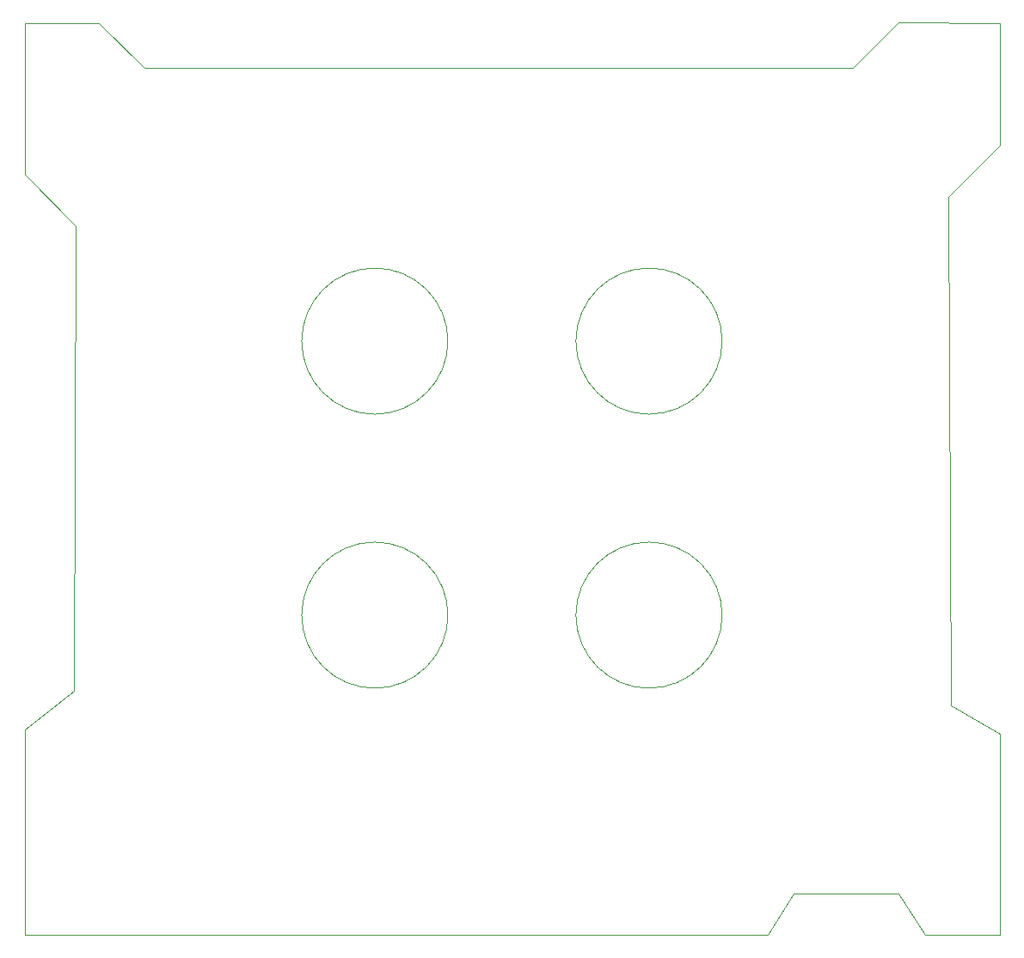
<source format=gbr>
G04 #@! TF.GenerationSoftware,KiCad,Pcbnew,(5.1.2)-2*
G04 #@! TF.CreationDate,2021-04-07T22:12:18-04:00*
G04 #@! TF.ProjectId,Magnetometer_A,4d61676e-6574-46f6-9d65-7465725f412e,rev?*
G04 #@! TF.SameCoordinates,Original*
G04 #@! TF.FileFunction,Profile,NP*
%FSLAX46Y46*%
G04 Gerber Fmt 4.6, Leading zero omitted, Abs format (unit mm)*
G04 Created by KiCad (PCBNEW (5.1.2)-2) date 2021-04-07 22:12:18*
%MOMM*%
%LPD*%
G04 APERTURE LIST*
%ADD10C,0.050000*%
G04 APERTURE END LIST*
D10*
X68314074Y-45665848D02*
G75*
G02X75514074Y-52865848I0J-7200000D01*
G01*
X75514074Y-52865848D02*
G75*
G02X68314074Y-60065848I-7200000J0D01*
G01*
X68314074Y-60065848D02*
G75*
G02X61114074Y-52865848I0J7200000D01*
G01*
X61114074Y-52865848D02*
G75*
G02X68314074Y-45665848I7200000J0D01*
G01*
X95314074Y-72665848D02*
G75*
G02X102514074Y-79865848I0J-7200000D01*
G01*
X102514074Y-79865848D02*
G75*
G02X95314074Y-87065848I-7200000J0D01*
G01*
X95314074Y-87065848D02*
G75*
G02X88114074Y-79865848I0J7200000D01*
G01*
X88114074Y-79865848D02*
G75*
G02X95314074Y-72665848I7200000J0D01*
G01*
X88114074Y-52865848D02*
G75*
G02X95314074Y-45665848I7200000J0D01*
G01*
X95314074Y-60065848D02*
G75*
G02X88114074Y-52865848I0J7200000D01*
G01*
X102514074Y-52865848D02*
G75*
G02X95314074Y-60065848I-7200000J0D01*
G01*
X95314074Y-45665848D02*
G75*
G02X102514074Y-52865848I0J-7200000D01*
G01*
X68314074Y-72665848D02*
G75*
G02X75514074Y-79865848I0J-7200000D01*
G01*
X75514074Y-79865848D02*
G75*
G02X68314074Y-87065848I-7200000J0D01*
G01*
X68314074Y-87065848D02*
G75*
G02X61114074Y-79865848I0J7200000D01*
G01*
X61114074Y-79865848D02*
G75*
G02X68314074Y-72665848I7200000J0D01*
G01*
X125016000Y-88774000D02*
X124812800Y-38609000D01*
X119920000Y-21480000D02*
X129867400Y-21500000D01*
X115430000Y-25960001D02*
X45630000Y-25980001D01*
X33830000Y-36430000D02*
X33830000Y-21500000D01*
X33830000Y-111380001D02*
X33830000Y-91160000D01*
X38681400Y-87299200D02*
X38884600Y-41484600D01*
X38884600Y-41484600D02*
X33830000Y-36430000D01*
X33830000Y-91160000D02*
X38681400Y-87299200D01*
X124812800Y-38609000D02*
X129867400Y-33554400D01*
X129867400Y-33554400D02*
X129867400Y-21500000D01*
X106982000Y-111380001D02*
X109530000Y-107284001D01*
X41150000Y-21500000D02*
X33830000Y-21500000D01*
X129842000Y-111380001D02*
X129842000Y-91568000D01*
X119920000Y-107284001D02*
X122476000Y-111380001D01*
X129842000Y-91568000D02*
X125016000Y-88774000D01*
X33830000Y-111380001D02*
X106982000Y-111380001D01*
X109530000Y-107284001D02*
X119920000Y-107284001D01*
X119920000Y-21480000D02*
X115430000Y-25960001D01*
X122476000Y-111380001D02*
X129842000Y-111380001D01*
X45630000Y-25980001D02*
X41150000Y-21500000D01*
M02*

</source>
